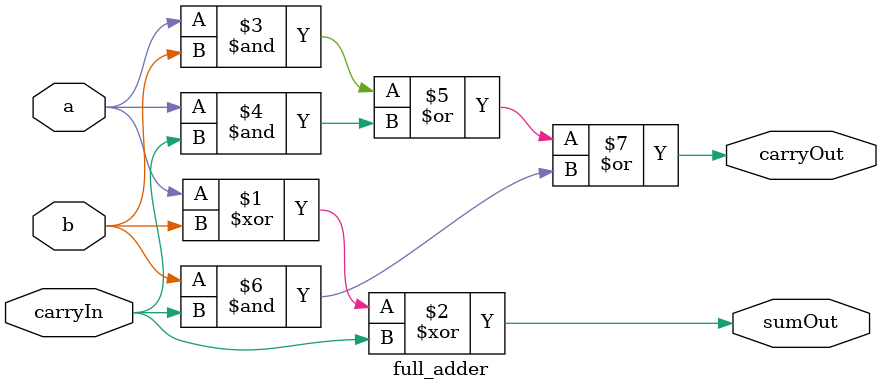
<source format=v>
module array_multiplier(input [3:0] a, input [3:0] b, output [7:0] product);
  assign product[0] = a[0]&b[0];
  wire w_1, w_2, w_3, w_4, w_5, w_6, w_7, w_8, w_9, w_10, w_11, w_12, w_13, w_14, w_15, w_16, w_17;
  half_adder half_adder_m_1(a[1]&b[0], a[0]&b[1], product[1], w_1);
  full_adder full_adder_m_1(a[1]&b[1], a[0]&b[2], w_1, w_2, w_3);
  full_adder full_adder_m_2(a[1]&b[2], a[0]&b[3], w_3, w_4, w_5);
  half_adder half_adder_m_2(a[1]&b[3], w_5, w_6, w_7);
  half_adder half_adder_m_3(w_2, a[2]&b[0], product[2], w_15);
  full_adder full_adder_m_3(w_4, a[2]&b[1], w_15, w_14, w_16);
  full_adder full_adder_m_4(w_6, a[2]&b[2], w_16, w_13, w_17);
  full_adder full_adder_m_5(w_7, a[2]&b[3], w_17, w_9, w_8);
  half_adder half_adder_m_4(w_14, a[3]&b[0], product[3], w_12);
  full_adder full_adder_m_6(w_13, a[3]&b[1], w_12, product[4], w_11);
  full_adder full_adder_m_7(w_9, a[3]&b[2], w_11, product[5], w_10);
  full_adder full_adder_m_8(w_8, (a[3]&b[3]), w_10, product[6], product[7]);
endmodule
module half_adder(input a, b, output sumOut, carryOut);
  assign sumOut = a^b;
  assign carryOut = a&b;
endmodule
module full_adder(input a, b, carryIn, output sumOut, carryOut);
  assign sumOut = a^b^carryIn;
  assign carryOut = (a&b)|(a&carryIn)|(b&carryIn);
endmodule
</source>
